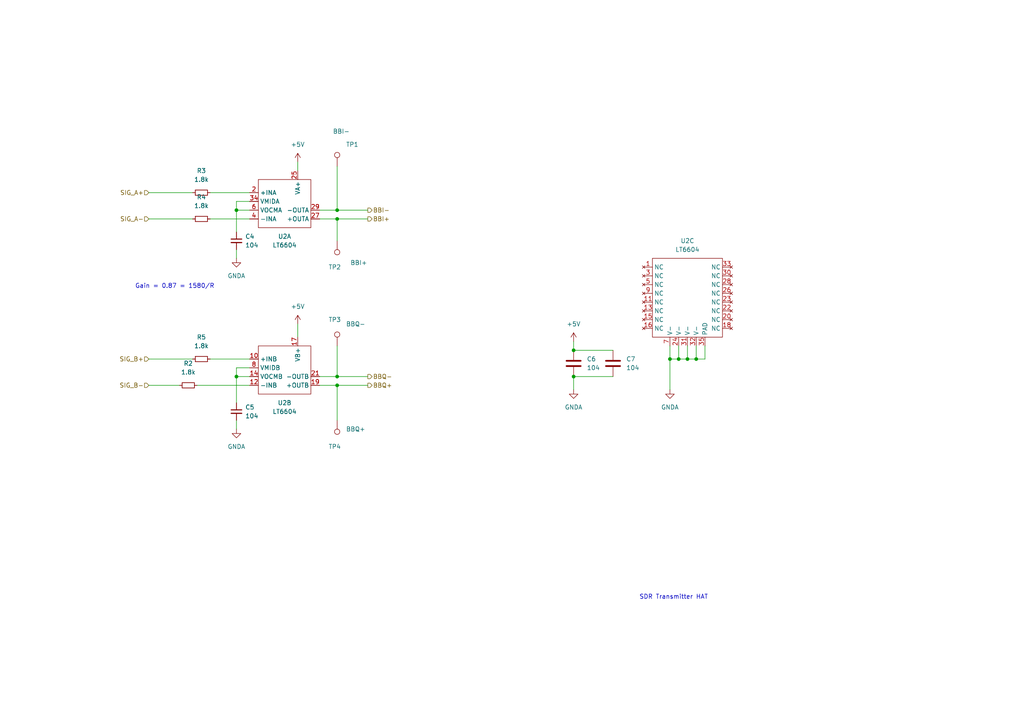
<source format=kicad_sch>
(kicad_sch (version 20211123) (generator eeschema)

  (uuid 2b72cd81-337f-46d8-841b-fd859f57b508)

  (paper "A4")

  (lib_symbols
    (symbol "Connector:TestPoint" (pin_numbers hide) (pin_names (offset 0.762) hide) (in_bom yes) (on_board yes)
      (property "Reference" "TP" (id 0) (at 0 6.858 0)
        (effects (font (size 1.27 1.27)))
      )
      (property "Value" "TestPoint" (id 1) (at 0 5.08 0)
        (effects (font (size 1.27 1.27)))
      )
      (property "Footprint" "" (id 2) (at 5.08 0 0)
        (effects (font (size 1.27 1.27)) hide)
      )
      (property "Datasheet" "~" (id 3) (at 5.08 0 0)
        (effects (font (size 1.27 1.27)) hide)
      )
      (property "ki_keywords" "test point tp" (id 4) (at 0 0 0)
        (effects (font (size 1.27 1.27)) hide)
      )
      (property "ki_description" "test point" (id 5) (at 0 0 0)
        (effects (font (size 1.27 1.27)) hide)
      )
      (property "ki_fp_filters" "Pin* Test*" (id 6) (at 0 0 0)
        (effects (font (size 1.27 1.27)) hide)
      )
      (symbol "TestPoint_0_1"
        (circle (center 0 3.302) (radius 0.762)
          (stroke (width 0) (type default) (color 0 0 0 0))
          (fill (type none))
        )
      )
      (symbol "TestPoint_1_1"
        (pin passive line (at 0 0 90) (length 2.54)
          (name "1" (effects (font (size 1.27 1.27))))
          (number "1" (effects (font (size 1.27 1.27))))
        )
      )
    )
    (symbol "Device:C" (pin_numbers hide) (pin_names (offset 0.254)) (in_bom yes) (on_board yes)
      (property "Reference" "C" (id 0) (at 0.635 2.54 0)
        (effects (font (size 1.27 1.27)) (justify left))
      )
      (property "Value" "C" (id 1) (at 0.635 -2.54 0)
        (effects (font (size 1.27 1.27)) (justify left))
      )
      (property "Footprint" "" (id 2) (at 0.9652 -3.81 0)
        (effects (font (size 1.27 1.27)) hide)
      )
      (property "Datasheet" "~" (id 3) (at 0 0 0)
        (effects (font (size 1.27 1.27)) hide)
      )
      (property "ki_keywords" "cap capacitor" (id 4) (at 0 0 0)
        (effects (font (size 1.27 1.27)) hide)
      )
      (property "ki_description" "Unpolarized capacitor" (id 5) (at 0 0 0)
        (effects (font (size 1.27 1.27)) hide)
      )
      (property "ki_fp_filters" "C_*" (id 6) (at 0 0 0)
        (effects (font (size 1.27 1.27)) hide)
      )
      (symbol "C_0_1"
        (polyline
          (pts
            (xy -2.032 -0.762)
            (xy 2.032 -0.762)
          )
          (stroke (width 0.508) (type default) (color 0 0 0 0))
          (fill (type none))
        )
        (polyline
          (pts
            (xy -2.032 0.762)
            (xy 2.032 0.762)
          )
          (stroke (width 0.508) (type default) (color 0 0 0 0))
          (fill (type none))
        )
      )
      (symbol "C_1_1"
        (pin passive line (at 0 3.81 270) (length 2.794)
          (name "~" (effects (font (size 1.27 1.27))))
          (number "1" (effects (font (size 1.27 1.27))))
        )
        (pin passive line (at 0 -3.81 90) (length 2.794)
          (name "~" (effects (font (size 1.27 1.27))))
          (number "2" (effects (font (size 1.27 1.27))))
        )
      )
    )
    (symbol "Device:C_Small" (pin_numbers hide) (pin_names (offset 0.254) hide) (in_bom yes) (on_board yes)
      (property "Reference" "C" (id 0) (at 0.254 1.778 0)
        (effects (font (size 1.27 1.27)) (justify left))
      )
      (property "Value" "C_Small" (id 1) (at 0.254 -2.032 0)
        (effects (font (size 1.27 1.27)) (justify left))
      )
      (property "Footprint" "" (id 2) (at 0 0 0)
        (effects (font (size 1.27 1.27)) hide)
      )
      (property "Datasheet" "~" (id 3) (at 0 0 0)
        (effects (font (size 1.27 1.27)) hide)
      )
      (property "ki_keywords" "capacitor cap" (id 4) (at 0 0 0)
        (effects (font (size 1.27 1.27)) hide)
      )
      (property "ki_description" "Unpolarized capacitor, small symbol" (id 5) (at 0 0 0)
        (effects (font (size 1.27 1.27)) hide)
      )
      (property "ki_fp_filters" "C_*" (id 6) (at 0 0 0)
        (effects (font (size 1.27 1.27)) hide)
      )
      (symbol "C_Small_0_1"
        (polyline
          (pts
            (xy -1.524 -0.508)
            (xy 1.524 -0.508)
          )
          (stroke (width 0.3302) (type default) (color 0 0 0 0))
          (fill (type none))
        )
        (polyline
          (pts
            (xy -1.524 0.508)
            (xy 1.524 0.508)
          )
          (stroke (width 0.3048) (type default) (color 0 0 0 0))
          (fill (type none))
        )
      )
      (symbol "C_Small_1_1"
        (pin passive line (at 0 2.54 270) (length 2.032)
          (name "~" (effects (font (size 1.27 1.27))))
          (number "1" (effects (font (size 1.27 1.27))))
        )
        (pin passive line (at 0 -2.54 90) (length 2.032)
          (name "~" (effects (font (size 1.27 1.27))))
          (number "2" (effects (font (size 1.27 1.27))))
        )
      )
    )
    (symbol "Device:R_Small" (pin_numbers hide) (pin_names (offset 0.254) hide) (in_bom yes) (on_board yes)
      (property "Reference" "R" (id 0) (at 0.762 0.508 0)
        (effects (font (size 1.27 1.27)) (justify left))
      )
      (property "Value" "R_Small" (id 1) (at 0.762 -1.016 0)
        (effects (font (size 1.27 1.27)) (justify left))
      )
      (property "Footprint" "" (id 2) (at 0 0 0)
        (effects (font (size 1.27 1.27)) hide)
      )
      (property "Datasheet" "~" (id 3) (at 0 0 0)
        (effects (font (size 1.27 1.27)) hide)
      )
      (property "ki_keywords" "R resistor" (id 4) (at 0 0 0)
        (effects (font (size 1.27 1.27)) hide)
      )
      (property "ki_description" "Resistor, small symbol" (id 5) (at 0 0 0)
        (effects (font (size 1.27 1.27)) hide)
      )
      (property "ki_fp_filters" "R_*" (id 6) (at 0 0 0)
        (effects (font (size 1.27 1.27)) hide)
      )
      (symbol "R_Small_0_1"
        (rectangle (start -0.762 1.778) (end 0.762 -1.778)
          (stroke (width 0.2032) (type default) (color 0 0 0 0))
          (fill (type none))
        )
      )
      (symbol "R_Small_1_1"
        (pin passive line (at 0 2.54 270) (length 0.762)
          (name "~" (effects (font (size 1.27 1.27))))
          (number "1" (effects (font (size 1.27 1.27))))
        )
        (pin passive line (at 0 -2.54 90) (length 0.762)
          (name "~" (effects (font (size 1.27 1.27))))
          (number "2" (effects (font (size 1.27 1.27))))
        )
      )
    )
    (symbol "My_Library2:LT6604" (in_bom yes) (on_board yes)
      (property "Reference" "U" (id 0) (at -3.81 13.97 0)
        (effects (font (size 1.27 1.27)))
      )
      (property "Value" "LT6604" (id 1) (at -3.81 11.43 0)
        (effects (font (size 1.27 1.27)))
      )
      (property "Footprint" "" (id 2) (at 0 0 0)
        (effects (font (size 1.27 1.27)) hide)
      )
      (property "Datasheet" "" (id 3) (at 0 0 0)
        (effects (font (size 1.27 1.27)) hide)
      )
      (property "ki_locked" "" (id 4) (at 0 0 0)
        (effects (font (size 1.27 1.27)))
      )
      (symbol "LT6604_1_1"
        (rectangle (start -7.62 -1.27) (end 7.62 -15.24)
          (stroke (width 0) (type default) (color 0 0 0 0))
          (fill (type none))
        )
        (pin input line (at -10.16 -5.08 0) (length 2.54)
          (name "+INA" (effects (font (size 1.27 1.27))))
          (number "2" (effects (font (size 1.27 1.27))))
        )
        (pin power_in line (at 3.81 1.27 270) (length 2.54)
          (name "VA+" (effects (font (size 1.27 1.27))))
          (number "25" (effects (font (size 1.27 1.27))))
        )
        (pin output line (at 10.16 -12.7 180) (length 2.54)
          (name "+OUTA" (effects (font (size 1.27 1.27))))
          (number "27" (effects (font (size 1.27 1.27))))
        )
        (pin output line (at 10.16 -10.16 180) (length 2.54)
          (name "-OUTA" (effects (font (size 1.27 1.27))))
          (number "29" (effects (font (size 1.27 1.27))))
        )
        (pin passive line (at -10.16 -7.62 0) (length 2.54)
          (name "VMIDA" (effects (font (size 1.27 1.27))))
          (number "34" (effects (font (size 1.27 1.27))))
        )
        (pin input line (at -10.16 -12.7 0) (length 2.54)
          (name "-INA" (effects (font (size 1.27 1.27))))
          (number "4" (effects (font (size 1.27 1.27))))
        )
        (pin passive line (at -10.16 -10.16 0) (length 2.54)
          (name "VOCMA" (effects (font (size 1.27 1.27))))
          (number "6" (effects (font (size 1.27 1.27))))
        )
      )
      (symbol "LT6604_2_1"
        (rectangle (start -7.62 -1.27) (end 7.62 -15.24)
          (stroke (width 0) (type default) (color 0 0 0 0))
          (fill (type none))
        )
        (pin input line (at -10.16 -5.08 0) (length 2.54)
          (name "+INB" (effects (font (size 1.27 1.27))))
          (number "10" (effects (font (size 1.27 1.27))))
        )
        (pin input line (at -10.16 -12.7 0) (length 2.54)
          (name "-INB" (effects (font (size 1.27 1.27))))
          (number "12" (effects (font (size 1.27 1.27))))
        )
        (pin passive line (at -10.16 -10.16 0) (length 2.54)
          (name "VOCMB" (effects (font (size 1.27 1.27))))
          (number "14" (effects (font (size 1.27 1.27))))
        )
        (pin power_in line (at 3.81 1.27 270) (length 2.54)
          (name "VB+" (effects (font (size 1.27 1.27))))
          (number "17" (effects (font (size 1.27 1.27))))
        )
        (pin output line (at 10.16 -12.7 180) (length 2.54)
          (name "+OUTB" (effects (font (size 1.27 1.27))))
          (number "19" (effects (font (size 1.27 1.27))))
        )
        (pin output line (at 10.16 -10.16 180) (length 2.54)
          (name "-OUTB" (effects (font (size 1.27 1.27))))
          (number "21" (effects (font (size 1.27 1.27))))
        )
        (pin passive line (at -10.16 -7.62 0) (length 2.54)
          (name "VMIDB" (effects (font (size 1.27 1.27))))
          (number "8" (effects (font (size 1.27 1.27))))
        )
      )
      (symbol "LT6604_3_1"
        (rectangle (start -8.89 10.16) (end 11.43 -12.7)
          (stroke (width 0) (type default) (color 0 0 0 0))
          (fill (type none))
        )
        (pin no_connect line (at -11.43 7.62 0) (length 2.54)
          (name "NC" (effects (font (size 1.27 1.27))))
          (number "1" (effects (font (size 1.27 1.27))))
        )
        (pin no_connect line (at -11.43 -2.54 0) (length 2.54)
          (name "NC" (effects (font (size 1.27 1.27))))
          (number "11" (effects (font (size 1.27 1.27))))
        )
        (pin no_connect line (at -11.43 -5.08 0) (length 2.54)
          (name "NC" (effects (font (size 1.27 1.27))))
          (number "13" (effects (font (size 1.27 1.27))))
        )
        (pin no_connect line (at -11.43 -7.62 0) (length 2.54)
          (name "NC" (effects (font (size 1.27 1.27))))
          (number "15" (effects (font (size 1.27 1.27))))
        )
        (pin no_connect line (at -11.43 -10.16 0) (length 2.54)
          (name "NC" (effects (font (size 1.27 1.27))))
          (number "16" (effects (font (size 1.27 1.27))))
        )
        (pin no_connect line (at 13.97 -10.16 180) (length 2.54)
          (name "NC" (effects (font (size 1.27 1.27))))
          (number "18" (effects (font (size 1.27 1.27))))
        )
        (pin no_connect line (at 13.97 -7.62 180) (length 2.54)
          (name "NC" (effects (font (size 1.27 1.27))))
          (number "20" (effects (font (size 1.27 1.27))))
        )
        (pin no_connect line (at 13.97 -5.08 180) (length 2.54)
          (name "NC" (effects (font (size 1.27 1.27))))
          (number "22" (effects (font (size 1.27 1.27))))
        )
        (pin no_connect line (at 13.97 -2.54 180) (length 2.54)
          (name "NC" (effects (font (size 1.27 1.27))))
          (number "23" (effects (font (size 1.27 1.27))))
        )
        (pin power_in line (at -1.27 -15.24 90) (length 2.54)
          (name "V-" (effects (font (size 1.27 1.27))))
          (number "24" (effects (font (size 1.27 1.27))))
        )
        (pin no_connect line (at 13.97 0 180) (length 2.54)
          (name "NC" (effects (font (size 1.27 1.27))))
          (number "26" (effects (font (size 1.27 1.27))))
        )
        (pin no_connect line (at 13.97 2.54 180) (length 2.54)
          (name "NC" (effects (font (size 1.27 1.27))))
          (number "28" (effects (font (size 1.27 1.27))))
        )
        (pin no_connect line (at -11.43 5.08 0) (length 2.54)
          (name "NC" (effects (font (size 1.27 1.27))))
          (number "3" (effects (font (size 1.27 1.27))))
        )
        (pin no_connect line (at 13.97 5.08 180) (length 2.54)
          (name "NC" (effects (font (size 1.27 1.27))))
          (number "30" (effects (font (size 1.27 1.27))))
        )
        (pin power_in line (at 1.27 -15.24 90) (length 2.54)
          (name "V-" (effects (font (size 1.27 1.27))))
          (number "31" (effects (font (size 1.27 1.27))))
        )
        (pin power_in line (at 3.81 -15.24 90) (length 2.54)
          (name "V-" (effects (font (size 1.27 1.27))))
          (number "32" (effects (font (size 1.27 1.27))))
        )
        (pin no_connect line (at 13.97 7.62 180) (length 2.54)
          (name "NC" (effects (font (size 1.27 1.27))))
          (number "33" (effects (font (size 1.27 1.27))))
        )
        (pin power_in line (at 6.35 -15.24 90) (length 2.54)
          (name "PAD" (effects (font (size 1.27 1.27))))
          (number "35" (effects (font (size 1.27 1.27))))
        )
        (pin no_connect line (at -11.43 2.54 0) (length 2.54)
          (name "NC" (effects (font (size 1.27 1.27))))
          (number "5" (effects (font (size 1.27 1.27))))
        )
        (pin power_in line (at -3.81 -15.24 90) (length 2.54)
          (name "V-" (effects (font (size 1.27 1.27))))
          (number "7" (effects (font (size 1.27 1.27))))
        )
        (pin no_connect line (at -11.43 0 0) (length 2.54)
          (name "NC" (effects (font (size 1.27 1.27))))
          (number "9" (effects (font (size 1.27 1.27))))
        )
      )
    )
    (symbol "power:+5V" (power) (pin_names (offset 0)) (in_bom yes) (on_board yes)
      (property "Reference" "#PWR" (id 0) (at 0 -3.81 0)
        (effects (font (size 1.27 1.27)) hide)
      )
      (property "Value" "+5V" (id 1) (at 0 3.556 0)
        (effects (font (size 1.27 1.27)))
      )
      (property "Footprint" "" (id 2) (at 0 0 0)
        (effects (font (size 1.27 1.27)) hide)
      )
      (property "Datasheet" "" (id 3) (at 0 0 0)
        (effects (font (size 1.27 1.27)) hide)
      )
      (property "ki_keywords" "power-flag" (id 4) (at 0 0 0)
        (effects (font (size 1.27 1.27)) hide)
      )
      (property "ki_description" "Power symbol creates a global label with name \"+5V\"" (id 5) (at 0 0 0)
        (effects (font (size 1.27 1.27)) hide)
      )
      (symbol "+5V_0_1"
        (polyline
          (pts
            (xy -0.762 1.27)
            (xy 0 2.54)
          )
          (stroke (width 0) (type default) (color 0 0 0 0))
          (fill (type none))
        )
        (polyline
          (pts
            (xy 0 0)
            (xy 0 2.54)
          )
          (stroke (width 0) (type default) (color 0 0 0 0))
          (fill (type none))
        )
        (polyline
          (pts
            (xy 0 2.54)
            (xy 0.762 1.27)
          )
          (stroke (width 0) (type default) (color 0 0 0 0))
          (fill (type none))
        )
      )
      (symbol "+5V_1_1"
        (pin power_in line (at 0 0 90) (length 0) hide
          (name "+5V" (effects (font (size 1.27 1.27))))
          (number "1" (effects (font (size 1.27 1.27))))
        )
      )
    )
    (symbol "power:GNDA" (power) (pin_names (offset 0)) (in_bom yes) (on_board yes)
      (property "Reference" "#PWR" (id 0) (at 0 -6.35 0)
        (effects (font (size 1.27 1.27)) hide)
      )
      (property "Value" "GNDA" (id 1) (at 0 -3.81 0)
        (effects (font (size 1.27 1.27)))
      )
      (property "Footprint" "" (id 2) (at 0 0 0)
        (effects (font (size 1.27 1.27)) hide)
      )
      (property "Datasheet" "" (id 3) (at 0 0 0)
        (effects (font (size 1.27 1.27)) hide)
      )
      (property "ki_keywords" "power-flag" (id 4) (at 0 0 0)
        (effects (font (size 1.27 1.27)) hide)
      )
      (property "ki_description" "Power symbol creates a global label with name \"GNDA\" , analog ground" (id 5) (at 0 0 0)
        (effects (font (size 1.27 1.27)) hide)
      )
      (symbol "GNDA_0_1"
        (polyline
          (pts
            (xy 0 0)
            (xy 0 -1.27)
            (xy 1.27 -1.27)
            (xy 0 -2.54)
            (xy -1.27 -1.27)
            (xy 0 -1.27)
          )
          (stroke (width 0) (type default) (color 0 0 0 0))
          (fill (type none))
        )
      )
      (symbol "GNDA_1_1"
        (pin power_in line (at 0 0 270) (length 0) hide
          (name "GNDA" (effects (font (size 1.27 1.27))))
          (number "1" (effects (font (size 1.27 1.27))))
        )
      )
    )
  )

  (junction (at 166.37 109.22) (diameter 0) (color 0 0 0 0)
    (uuid 1a764da9-9c5e-4f0b-b09d-c5f3b97001ea)
  )
  (junction (at 97.79 109.22) (diameter 0) (color 0 0 0 0)
    (uuid 35782125-9137-4df4-b1be-75a772fdafa0)
  )
  (junction (at 199.39 104.14) (diameter 0) (color 0 0 0 0)
    (uuid 456ba7d2-c0ab-4d33-aa00-a357b771c375)
  )
  (junction (at 68.58 60.96) (diameter 0) (color 0 0 0 0)
    (uuid 4c7f61b0-2447-49f2-b4b2-9e22db15ba31)
  )
  (junction (at 194.31 104.14) (diameter 0) (color 0 0 0 0)
    (uuid 584c6b10-b4a7-4f31-b1ff-aba9d0f63c40)
  )
  (junction (at 97.79 111.76) (diameter 0) (color 0 0 0 0)
    (uuid 693e0b34-3dec-4cf5-8beb-32801a791cf2)
  )
  (junction (at 196.85 104.14) (diameter 0) (color 0 0 0 0)
    (uuid 6955503e-56e8-450a-a986-828ddf32aa9d)
  )
  (junction (at 166.37 101.6) (diameter 0) (color 0 0 0 0)
    (uuid 6a57de5d-2343-416f-9932-0374df5ebb1c)
  )
  (junction (at 201.93 104.14) (diameter 0) (color 0 0 0 0)
    (uuid 72b3fcb8-8059-4de1-ae7c-552f2595b862)
  )
  (junction (at 97.79 63.5) (diameter 0) (color 0 0 0 0)
    (uuid a5b4f437-6ebc-4214-8626-5af9f57cf687)
  )
  (junction (at 97.79 60.96) (diameter 0) (color 0 0 0 0)
    (uuid a93ed9ed-8c6d-4b71-a2c0-ef263a0b5576)
  )
  (junction (at 68.58 109.22) (diameter 0) (color 0 0 0 0)
    (uuid c6ecdb6f-93d1-4232-831d-9a497b460e19)
  )

  (wire (pts (xy 68.58 121.92) (xy 68.58 124.46))
    (stroke (width 0) (type default) (color 0 0 0 0))
    (uuid 002bbd89-9557-4dab-b939-7a680fc49cf1)
  )
  (wire (pts (xy 43.18 55.88) (xy 55.88 55.88))
    (stroke (width 0) (type default) (color 0 0 0 0))
    (uuid 00b9f0e6-1c0b-4783-ae2c-98ddb6d71658)
  )
  (wire (pts (xy 92.71 63.5) (xy 97.79 63.5))
    (stroke (width 0) (type default) (color 0 0 0 0))
    (uuid 1378deb9-6e6d-49e6-b7ae-c02f3eb614df)
  )
  (wire (pts (xy 201.93 104.14) (xy 199.39 104.14))
    (stroke (width 0) (type default) (color 0 0 0 0))
    (uuid 162cf1bf-4790-46b4-9411-d3d9e9247df6)
  )
  (wire (pts (xy 194.31 100.33) (xy 194.31 104.14))
    (stroke (width 0) (type default) (color 0 0 0 0))
    (uuid 206d52d5-ea31-4a34-ac57-61f6cb715f17)
  )
  (wire (pts (xy 97.79 63.5) (xy 97.79 69.85))
    (stroke (width 0) (type default) (color 0 0 0 0))
    (uuid 27251da7-6851-4761-b27d-c3336c134613)
  )
  (wire (pts (xy 97.79 109.22) (xy 106.68 109.22))
    (stroke (width 0) (type default) (color 0 0 0 0))
    (uuid 2843cf9e-301c-48e2-a2a2-d9f1d0e32032)
  )
  (wire (pts (xy 72.39 109.22) (xy 68.58 109.22))
    (stroke (width 0) (type default) (color 0 0 0 0))
    (uuid 2dc16371-5989-431d-b686-100333a834db)
  )
  (wire (pts (xy 57.15 111.76) (xy 72.39 111.76))
    (stroke (width 0) (type default) (color 0 0 0 0))
    (uuid 405d0216-0a7c-4d83-88e1-f8e623714f2d)
  )
  (wire (pts (xy 194.31 104.14) (xy 194.31 113.03))
    (stroke (width 0) (type default) (color 0 0 0 0))
    (uuid 43a01872-758e-473d-89af-dec916e52363)
  )
  (wire (pts (xy 86.36 93.98) (xy 86.36 97.79))
    (stroke (width 0) (type default) (color 0 0 0 0))
    (uuid 474692d3-4e90-4240-ae58-c4ee639efcc4)
  )
  (wire (pts (xy 72.39 58.42) (xy 68.58 58.42))
    (stroke (width 0) (type default) (color 0 0 0 0))
    (uuid 4a860ae6-2381-4784-872f-7593ce37238a)
  )
  (wire (pts (xy 97.79 63.5) (xy 106.68 63.5))
    (stroke (width 0) (type default) (color 0 0 0 0))
    (uuid 50206ffe-d46b-4fef-9afd-eca0573fbe95)
  )
  (wire (pts (xy 43.18 63.5) (xy 55.88 63.5))
    (stroke (width 0) (type default) (color 0 0 0 0))
    (uuid 5543f141-1a02-4df7-bfc9-94cf9d017895)
  )
  (wire (pts (xy 92.71 60.96) (xy 97.79 60.96))
    (stroke (width 0) (type default) (color 0 0 0 0))
    (uuid 626195a3-5f21-42e7-a279-8b95d34e7ae0)
  )
  (wire (pts (xy 166.37 109.22) (xy 166.37 113.03))
    (stroke (width 0) (type default) (color 0 0 0 0))
    (uuid 64fc33e9-182a-4979-9948-a248ec5deefc)
  )
  (wire (pts (xy 92.71 111.76) (xy 97.79 111.76))
    (stroke (width 0) (type default) (color 0 0 0 0))
    (uuid 75f9be77-a7ad-48dd-9e68-1e9634d757e0)
  )
  (wire (pts (xy 43.18 104.14) (xy 55.88 104.14))
    (stroke (width 0) (type default) (color 0 0 0 0))
    (uuid 77a87aaf-9e84-4905-9127-fb43bfdf1805)
  )
  (wire (pts (xy 166.37 101.6) (xy 177.8 101.6))
    (stroke (width 0) (type default) (color 0 0 0 0))
    (uuid 854ce0a8-879b-494f-8019-d2f5255f30e2)
  )
  (wire (pts (xy 43.18 111.76) (xy 52.07 111.76))
    (stroke (width 0) (type default) (color 0 0 0 0))
    (uuid 858a0157-274e-4f4c-a305-30bebd688609)
  )
  (wire (pts (xy 166.37 99.06) (xy 166.37 101.6))
    (stroke (width 0) (type default) (color 0 0 0 0))
    (uuid 87ff8117-2d81-43ee-afdc-7322f1d2971a)
  )
  (wire (pts (xy 196.85 100.33) (xy 196.85 104.14))
    (stroke (width 0) (type default) (color 0 0 0 0))
    (uuid 8b91c53e-bd0d-43da-915a-a5163d5fd483)
  )
  (wire (pts (xy 204.47 100.33) (xy 204.47 104.14))
    (stroke (width 0) (type default) (color 0 0 0 0))
    (uuid 8bfb6327-0eb3-4808-8c24-9435f8281258)
  )
  (wire (pts (xy 97.79 48.26) (xy 97.79 60.96))
    (stroke (width 0) (type default) (color 0 0 0 0))
    (uuid 8c9342a3-d750-4609-aa2a-929aa165a55b)
  )
  (wire (pts (xy 60.96 63.5) (xy 72.39 63.5))
    (stroke (width 0) (type default) (color 0 0 0 0))
    (uuid 9095b9c5-47f8-47e8-b9b7-b31962ec9d17)
  )
  (wire (pts (xy 199.39 104.14) (xy 196.85 104.14))
    (stroke (width 0) (type default) (color 0 0 0 0))
    (uuid 92f32750-5cc5-4b5f-af14-62bbc651de42)
  )
  (wire (pts (xy 97.79 111.76) (xy 106.68 111.76))
    (stroke (width 0) (type default) (color 0 0 0 0))
    (uuid 93dc337d-d1d9-435f-9407-5147386ff5bc)
  )
  (wire (pts (xy 72.39 106.68) (xy 68.58 106.68))
    (stroke (width 0) (type default) (color 0 0 0 0))
    (uuid 94a4d845-cffd-4513-a7bd-bc1d5caa4eff)
  )
  (wire (pts (xy 60.96 104.14) (xy 72.39 104.14))
    (stroke (width 0) (type default) (color 0 0 0 0))
    (uuid 95ef3ed1-6855-4b06-b7f3-d0b6a344343a)
  )
  (wire (pts (xy 196.85 104.14) (xy 194.31 104.14))
    (stroke (width 0) (type default) (color 0 0 0 0))
    (uuid 9cb4a574-9924-4dd9-bca8-e3781ec525ec)
  )
  (wire (pts (xy 166.37 109.22) (xy 177.8 109.22))
    (stroke (width 0) (type default) (color 0 0 0 0))
    (uuid 9ef3abd2-41f5-4663-9013-7624fedd196e)
  )
  (wire (pts (xy 97.79 111.76) (xy 97.79 121.92))
    (stroke (width 0) (type default) (color 0 0 0 0))
    (uuid 9f3bcb1e-b1ba-468b-8027-58bf4063618a)
  )
  (wire (pts (xy 68.58 109.22) (xy 68.58 116.84))
    (stroke (width 0) (type default) (color 0 0 0 0))
    (uuid a0c0c810-0b72-4f6d-82b4-758a878da9b8)
  )
  (wire (pts (xy 97.79 100.33) (xy 97.79 109.22))
    (stroke (width 0) (type default) (color 0 0 0 0))
    (uuid a993a9b9-3027-4f00-8e08-925986a381f2)
  )
  (wire (pts (xy 68.58 58.42) (xy 68.58 60.96))
    (stroke (width 0) (type default) (color 0 0 0 0))
    (uuid ab767372-a6eb-4448-b34f-3eafd0fb58b1)
  )
  (wire (pts (xy 68.58 106.68) (xy 68.58 109.22))
    (stroke (width 0) (type default) (color 0 0 0 0))
    (uuid ab80375b-8af4-45ad-abc3-1c55b3d34608)
  )
  (wire (pts (xy 86.36 46.99) (xy 86.36 49.53))
    (stroke (width 0) (type default) (color 0 0 0 0))
    (uuid ada17ffe-0869-48fe-a388-d18fc9b5af9f)
  )
  (wire (pts (xy 201.93 100.33) (xy 201.93 104.14))
    (stroke (width 0) (type default) (color 0 0 0 0))
    (uuid b77db9bd-a20c-48d3-ac10-c3e7880f514c)
  )
  (wire (pts (xy 68.58 72.39) (xy 68.58 74.93))
    (stroke (width 0) (type default) (color 0 0 0 0))
    (uuid c2134bfe-a141-4555-b77d-1b4cf58bf673)
  )
  (wire (pts (xy 60.96 55.88) (xy 72.39 55.88))
    (stroke (width 0) (type default) (color 0 0 0 0))
    (uuid c3be85b7-7398-467b-96d5-a022ecde62dc)
  )
  (wire (pts (xy 92.71 109.22) (xy 97.79 109.22))
    (stroke (width 0) (type default) (color 0 0 0 0))
    (uuid c7ec394e-7fe9-43ea-9ed0-1c64c6ac08af)
  )
  (wire (pts (xy 68.58 60.96) (xy 72.39 60.96))
    (stroke (width 0) (type default) (color 0 0 0 0))
    (uuid ca285693-fe21-4b3f-a604-30b78f0251b9)
  )
  (wire (pts (xy 201.93 104.14) (xy 204.47 104.14))
    (stroke (width 0) (type default) (color 0 0 0 0))
    (uuid d110082a-0c28-4a43-8d4f-44923fa02678)
  )
  (wire (pts (xy 68.58 60.96) (xy 68.58 67.31))
    (stroke (width 0) (type default) (color 0 0 0 0))
    (uuid dbbc44ea-52b0-4010-a54f-882e825279ef)
  )
  (wire (pts (xy 199.39 100.33) (xy 199.39 104.14))
    (stroke (width 0) (type default) (color 0 0 0 0))
    (uuid f236349e-6805-45b7-88c3-27e4d71da01d)
  )
  (wire (pts (xy 97.79 60.96) (xy 106.68 60.96))
    (stroke (width 0) (type default) (color 0 0 0 0))
    (uuid facd93cd-193b-435b-9f56-4faeace1c119)
  )

  (text "Gain = 0.87 = 1580/R" (at 62.23 83.82 180)
    (effects (font (size 1.27 1.27)) (justify right bottom))
    (uuid 147ae848-4ed8-4ed4-b172-7c2604a3524b)
  )
  (text "SDR Transmitter HAT" (at 185.42 173.99 0)
    (effects (font (size 1.27 1.27)) (justify left bottom))
    (uuid f76012f9-cdcd-4650-9731-8c3e14088ed4)
  )

  (hierarchical_label "BBI+" (shape output) (at 106.68 63.5 0)
    (effects (font (size 1.27 1.27)) (justify left))
    (uuid 1f0e5b09-b368-43b8-b490-70d4e19f09d0)
  )
  (hierarchical_label "BBI-" (shape output) (at 106.68 60.96 0)
    (effects (font (size 1.27 1.27)) (justify left))
    (uuid 3244c863-3a2a-4b71-b2ca-8b1d95452462)
  )
  (hierarchical_label "SIG_A+" (shape input) (at 43.18 55.88 180)
    (effects (font (size 1.27 1.27)) (justify right))
    (uuid 38afc8e0-a726-48c2-9c97-a908e8a1fe9d)
  )
  (hierarchical_label "SIG_B-" (shape input) (at 43.18 111.76 180)
    (effects (font (size 1.27 1.27)) (justify right))
    (uuid 43ef6ef0-0faa-4aff-8e96-2893ed3b2452)
  )
  (hierarchical_label "SIG_B+" (shape input) (at 43.18 104.14 180)
    (effects (font (size 1.27 1.27)) (justify right))
    (uuid 6aba6ff0-fa3f-4d20-b717-521e122122a1)
  )
  (hierarchical_label "BBQ+" (shape output) (at 106.68 111.76 0)
    (effects (font (size 1.27 1.27)) (justify left))
    (uuid 7d5ce19e-acbd-4329-94e3-71b55da2fab4)
  )
  (hierarchical_label "BBQ-" (shape output) (at 106.68 109.22 0)
    (effects (font (size 1.27 1.27)) (justify left))
    (uuid c8da16ea-da27-47f8-b2b8-d64067505cb5)
  )
  (hierarchical_label "SIG_A-" (shape input) (at 43.18 63.5 180)
    (effects (font (size 1.27 1.27)) (justify right))
    (uuid eeaffd4e-5a18-4695-a41f-f345e349e57c)
  )

  (symbol (lib_id "Connector:TestPoint") (at 97.79 69.85 0) (mirror x) (unit 1)
    (in_bom yes) (on_board yes)
    (uuid 0d1a662d-95a4-4d4b-948f-4dfec1d5ebdf)
    (property "Reference" "TP2" (id 0) (at 95.25 77.47 0)
      (effects (font (size 1.27 1.27)) (justify left))
    )
    (property "Value" "BBI+" (id 1) (at 101.6 76.2 0)
      (effects (font (size 1.27 1.27)) (justify left))
    )
    (property "Footprint" "TestPoint:TestPoint_Pad_D2.0mm" (id 2) (at 102.87 69.85 0)
      (effects (font (size 1.27 1.27)) hide)
    )
    (property "Datasheet" "~" (id 3) (at 102.87 69.85 0)
      (effects (font (size 1.27 1.27)) hide)
    )
    (pin "1" (uuid dd77aad5-87db-461e-b7a9-159c02ff91d2))
  )

  (symbol (lib_id "Device:C_Small") (at 68.58 119.38 0) (unit 1)
    (in_bom yes) (on_board yes) (fields_autoplaced)
    (uuid 1c532b0f-ba9f-42cb-ac3b-e6e45d3bf751)
    (property "Reference" "C5" (id 0) (at 71.12 118.1162 0)
      (effects (font (size 1.27 1.27)) (justify left))
    )
    (property "Value" "104" (id 1) (at 71.12 120.6562 0)
      (effects (font (size 1.27 1.27)) (justify left))
    )
    (property "Footprint" "Capacitor_SMD:C_0603_1608Metric_Pad1.08x0.95mm_HandSolder" (id 2) (at 68.58 119.38 0)
      (effects (font (size 1.27 1.27)) hide)
    )
    (property "Datasheet" "~" (id 3) (at 68.58 119.38 0)
      (effects (font (size 1.27 1.27)) hide)
    )
    (pin "1" (uuid 21a5e610-a878-405e-b742-b6ae0a4c4a26))
    (pin "2" (uuid ee5d0f37-7195-4c5c-9084-dae2810b8b8c))
  )

  (symbol (lib_id "power:GNDA") (at 68.58 74.93 0) (unit 1)
    (in_bom yes) (on_board yes) (fields_autoplaced)
    (uuid 2239586a-89a7-4f21-aa38-1e09581fed0c)
    (property "Reference" "#PWR013" (id 0) (at 68.58 81.28 0)
      (effects (font (size 1.27 1.27)) hide)
    )
    (property "Value" "GNDA" (id 1) (at 68.58 80.01 0))
    (property "Footprint" "" (id 2) (at 68.58 74.93 0)
      (effects (font (size 1.27 1.27)) hide)
    )
    (property "Datasheet" "" (id 3) (at 68.58 74.93 0)
      (effects (font (size 1.27 1.27)) hide)
    )
    (pin "1" (uuid 894dea9f-e1b1-48d2-a84c-431fb388a888))
  )

  (symbol (lib_id "Device:R_Small") (at 54.61 111.76 90) (unit 1)
    (in_bom yes) (on_board yes) (fields_autoplaced)
    (uuid 251becf5-8202-4236-a05b-e5262eeea544)
    (property "Reference" "R2" (id 0) (at 54.61 105.41 90))
    (property "Value" "1.8k" (id 1) (at 54.61 107.95 90))
    (property "Footprint" "Resistor_SMD:R_0603_1608Metric_Pad0.98x0.95mm_HandSolder" (id 2) (at 54.61 111.76 0)
      (effects (font (size 1.27 1.27)) hide)
    )
    (property "Datasheet" "~" (id 3) (at 54.61 111.76 0)
      (effects (font (size 1.27 1.27)) hide)
    )
    (pin "1" (uuid 442223cf-bc44-42c4-9e89-04a8bb92ac6a))
    (pin "2" (uuid bdc69238-8e7e-4edb-95f9-f15451e38d09))
  )

  (symbol (lib_id "Device:R_Small") (at 58.42 104.14 90) (unit 1)
    (in_bom yes) (on_board yes) (fields_autoplaced)
    (uuid 2ab53708-d153-4bfc-afb0-abfe605bfa11)
    (property "Reference" "R5" (id 0) (at 58.42 97.79 90))
    (property "Value" "1.8k" (id 1) (at 58.42 100.33 90))
    (property "Footprint" "Resistor_SMD:R_0603_1608Metric_Pad0.98x0.95mm_HandSolder" (id 2) (at 58.42 104.14 0)
      (effects (font (size 1.27 1.27)) hide)
    )
    (property "Datasheet" "~" (id 3) (at 58.42 104.14 0)
      (effects (font (size 1.27 1.27)) hide)
    )
    (pin "1" (uuid 7e4cdc2c-d0e6-4def-b692-b71b4c087012))
    (pin "2" (uuid aac2fa3f-4731-42d3-936f-02ba9ce26c06))
  )

  (symbol (lib_id "power:GNDA") (at 194.31 113.03 0) (unit 1)
    (in_bom yes) (on_board yes) (fields_autoplaced)
    (uuid 44696412-2900-41dc-ba6a-2746311448fe)
    (property "Reference" "#PWR019" (id 0) (at 194.31 119.38 0)
      (effects (font (size 1.27 1.27)) hide)
    )
    (property "Value" "GNDA" (id 1) (at 194.31 118.11 0))
    (property "Footprint" "" (id 2) (at 194.31 113.03 0)
      (effects (font (size 1.27 1.27)) hide)
    )
    (property "Datasheet" "" (id 3) (at 194.31 113.03 0)
      (effects (font (size 1.27 1.27)) hide)
    )
    (pin "1" (uuid b0633547-cc70-4cdb-8a56-dead004baa92))
  )

  (symbol (lib_id "My_Library2:LT6604") (at 82.55 99.06 0) (unit 2)
    (in_bom yes) (on_board yes) (fields_autoplaced)
    (uuid 7aeba7cb-d42a-4fcd-b587-eefbad09915d)
    (property "Reference" "U2" (id 0) (at 82.55 116.84 0))
    (property "Value" "LT6604" (id 1) (at 82.55 119.38 0))
    (property "Footprint" "MyLibrary:LT6604IUFF-2.5-PBF" (id 2) (at 82.55 99.06 0)
      (effects (font (size 1.27 1.27)) hide)
    )
    (property "Datasheet" "" (id 3) (at 82.55 99.06 0)
      (effects (font (size 1.27 1.27)) hide)
    )
    (pin "2" (uuid 10ea094a-611a-4e4e-8390-8851ae19bfda))
    (pin "25" (uuid 11b96a95-58fa-41e3-98c3-45ba2d54f47e))
    (pin "27" (uuid 526fa3d6-ad9c-475d-85a6-095b7d6f9096))
    (pin "29" (uuid 2d85690b-b568-4f4f-8c39-7e24880d9d34))
    (pin "34" (uuid 2e1a8e30-04be-497a-9651-335cef5dd32f))
    (pin "4" (uuid 33fb577c-daf9-4975-93d6-bdbdd34d9f77))
    (pin "6" (uuid 49d054a6-9f4e-4b31-a5bf-f23d2ac8f6cb))
    (pin "10" (uuid fc0d33c3-e673-4cfe-a102-45830f2ce236))
    (pin "12" (uuid 9ea406e3-f30c-4c07-b7f7-12ca6af77c36))
    (pin "14" (uuid c9198f44-3097-424f-8016-7b355f81bbd4))
    (pin "17" (uuid 47bae982-f750-48d1-965e-2939f4522db3))
    (pin "19" (uuid 05fb85b0-8628-4ba2-a074-b1c409b0ae34))
    (pin "21" (uuid 29e75147-fe57-4c36-b772-23c8c3977345))
    (pin "8" (uuid 1cfeecd8-9c00-4861-a6d4-76ffb6850c75))
    (pin "1" (uuid 984756a9-20bd-4e27-be2f-d7640388f172))
    (pin "11" (uuid df7dafc7-0da2-4caa-8205-3b06db21eb11))
    (pin "13" (uuid ea76f19e-dc1a-4d61-bb6e-3f881aee7882))
    (pin "15" (uuid 6119c948-7b06-463d-9bed-6e0285914fcd))
    (pin "16" (uuid ad1e44bb-d432-4d4c-a7fb-ab49e8276064))
    (pin "18" (uuid 22589761-f8f8-4657-9f66-7b868d95509d))
    (pin "20" (uuid 6595b38c-509c-4bcd-8817-67cf11350f3d))
    (pin "22" (uuid cc760e70-b9d3-4ef7-814e-778bb149a924))
    (pin "23" (uuid 2c63222c-df6f-461e-8864-d9f933e502b3))
    (pin "24" (uuid cf0428da-47e5-4df3-85ed-e2b1c67241cd))
    (pin "26" (uuid bbbb3acd-4e49-4239-a7cd-7dbd3a22136c))
    (pin "28" (uuid 59df7c35-c3bb-4286-ac05-af25f347b788))
    (pin "3" (uuid 4c1ee75e-141b-444b-92b1-816731ca760f))
    (pin "30" (uuid 80705aec-db48-4c33-893e-5a00356e74dd))
    (pin "31" (uuid a6922be3-15a0-4856-bd31-88688d54cbab))
    (pin "32" (uuid d3074642-abc0-4caa-a6cf-e9e6e9349e99))
    (pin "33" (uuid dcfe1015-9d7c-421a-ab04-09d522a3f896))
    (pin "35" (uuid a57f5809-14ca-4758-a395-ab8aa9a9e509))
    (pin "5" (uuid aa2646f1-6e47-414e-a7be-29eb20c0762c))
    (pin "7" (uuid 75c1a628-6cb8-412c-ae44-b19af1cba462))
    (pin "9" (uuid 3f4c96cb-054d-4c72-9cb2-3cf5f35a677c))
  )

  (symbol (lib_id "Device:C_Small") (at 68.58 69.85 0) (unit 1)
    (in_bom yes) (on_board yes) (fields_autoplaced)
    (uuid 7b108500-36a4-41a6-a9bc-c91756e4fb12)
    (property "Reference" "C4" (id 0) (at 71.12 68.5862 0)
      (effects (font (size 1.27 1.27)) (justify left))
    )
    (property "Value" "104" (id 1) (at 71.12 71.1262 0)
      (effects (font (size 1.27 1.27)) (justify left))
    )
    (property "Footprint" "Capacitor_SMD:C_0603_1608Metric_Pad1.08x0.95mm_HandSolder" (id 2) (at 68.58 69.85 0)
      (effects (font (size 1.27 1.27)) hide)
    )
    (property "Datasheet" "~" (id 3) (at 68.58 69.85 0)
      (effects (font (size 1.27 1.27)) hide)
    )
    (pin "1" (uuid 481a1481-dcb7-4912-9540-57878eb84fc7))
    (pin "2" (uuid 7c7c03fd-045f-4983-b7f1-c7c62bc79749))
  )

  (symbol (lib_id "power:+5V") (at 166.37 99.06 0) (unit 1)
    (in_bom yes) (on_board yes) (fields_autoplaced)
    (uuid 8c078511-27d2-41d2-b946-25a3778e744c)
    (property "Reference" "#PWR017" (id 0) (at 166.37 102.87 0)
      (effects (font (size 1.27 1.27)) hide)
    )
    (property "Value" "+5V" (id 1) (at 166.37 93.98 0))
    (property "Footprint" "" (id 2) (at 166.37 99.06 0)
      (effects (font (size 1.27 1.27)) hide)
    )
    (property "Datasheet" "" (id 3) (at 166.37 99.06 0)
      (effects (font (size 1.27 1.27)) hide)
    )
    (pin "1" (uuid 10842b59-857a-4012-89c3-aef5a321a587))
  )

  (symbol (lib_id "Connector:TestPoint") (at 97.79 48.26 0) (unit 1)
    (in_bom yes) (on_board yes)
    (uuid 93faa19c-86f2-429b-b7c6-9150c1aaf25e)
    (property "Reference" "TP1" (id 0) (at 100.33 41.91 0)
      (effects (font (size 1.27 1.27)) (justify left))
    )
    (property "Value" "BBI-" (id 1) (at 96.52 38.1 0)
      (effects (font (size 1.27 1.27)) (justify left))
    )
    (property "Footprint" "TestPoint:TestPoint_Pad_D2.0mm" (id 2) (at 102.87 48.26 0)
      (effects (font (size 1.27 1.27)) hide)
    )
    (property "Datasheet" "~" (id 3) (at 102.87 48.26 0)
      (effects (font (size 1.27 1.27)) hide)
    )
    (pin "1" (uuid 396c1dde-8f1f-4429-9a37-b4d35aff5522))
  )

  (symbol (lib_id "power:GNDA") (at 166.37 113.03 0) (unit 1)
    (in_bom yes) (on_board yes) (fields_autoplaced)
    (uuid a3c192c1-8a36-4980-8b9c-c5687465814f)
    (property "Reference" "#PWR018" (id 0) (at 166.37 119.38 0)
      (effects (font (size 1.27 1.27)) hide)
    )
    (property "Value" "GNDA" (id 1) (at 166.37 118.11 0))
    (property "Footprint" "" (id 2) (at 166.37 113.03 0)
      (effects (font (size 1.27 1.27)) hide)
    )
    (property "Datasheet" "" (id 3) (at 166.37 113.03 0)
      (effects (font (size 1.27 1.27)) hide)
    )
    (pin "1" (uuid 52ee9438-14a1-48a0-bfe7-79a69cce4f36))
  )

  (symbol (lib_id "power:+5V") (at 86.36 93.98 0) (unit 1)
    (in_bom yes) (on_board yes) (fields_autoplaced)
    (uuid a41f3079-c55b-4e96-86a7-b658979a46de)
    (property "Reference" "#PWR016" (id 0) (at 86.36 97.79 0)
      (effects (font (size 1.27 1.27)) hide)
    )
    (property "Value" "+5V" (id 1) (at 86.36 88.9 0))
    (property "Footprint" "" (id 2) (at 86.36 93.98 0)
      (effects (font (size 1.27 1.27)) hide)
    )
    (property "Datasheet" "" (id 3) (at 86.36 93.98 0)
      (effects (font (size 1.27 1.27)) hide)
    )
    (pin "1" (uuid ad69f921-bd11-46a5-b59f-738dec654610))
  )

  (symbol (lib_id "power:+5V") (at 86.36 46.99 0) (unit 1)
    (in_bom yes) (on_board yes) (fields_autoplaced)
    (uuid bf345378-fd38-4770-bcfb-375046c17574)
    (property "Reference" "#PWR015" (id 0) (at 86.36 50.8 0)
      (effects (font (size 1.27 1.27)) hide)
    )
    (property "Value" "+5V" (id 1) (at 86.36 41.91 0))
    (property "Footprint" "" (id 2) (at 86.36 46.99 0)
      (effects (font (size 1.27 1.27)) hide)
    )
    (property "Datasheet" "" (id 3) (at 86.36 46.99 0)
      (effects (font (size 1.27 1.27)) hide)
    )
    (pin "1" (uuid 506c74ed-df04-4046-ba38-2b84cfd28969))
  )

  (symbol (lib_id "My_Library2:LT6604") (at 82.55 50.8 0) (unit 1)
    (in_bom yes) (on_board yes) (fields_autoplaced)
    (uuid ca0ea51f-e466-425c-9e2a-2f5ccbd51872)
    (property "Reference" "U2" (id 0) (at 82.55 68.58 0))
    (property "Value" "LT6604" (id 1) (at 82.55 71.12 0))
    (property "Footprint" "MyLibrary:LT6604IUFF-2.5-PBF" (id 2) (at 82.55 50.8 0)
      (effects (font (size 1.27 1.27)) hide)
    )
    (property "Datasheet" "" (id 3) (at 82.55 50.8 0)
      (effects (font (size 1.27 1.27)) hide)
    )
    (pin "2" (uuid f72203bc-b5f4-40b3-a29f-4bf3d65a0983))
    (pin "25" (uuid 0303c183-c5a7-4eed-8f21-96f339c3de05))
    (pin "27" (uuid 93da9b10-37af-480f-9f1f-56f289ea6bde))
    (pin "29" (uuid 0313ec48-6924-4c01-9b6f-b90a87dd31f2))
    (pin "34" (uuid bbfe09b7-7941-4436-ad08-a7d2d007cb8a))
    (pin "4" (uuid 17fdd191-cd07-4c1a-a839-5cce781102b1))
    (pin "6" (uuid fb50f94b-4914-422f-b49b-b6cb1e2676f7))
    (pin "10" (uuid f3ccf739-3845-4e4b-b217-a891cf3e1502))
    (pin "12" (uuid 4d39e4da-f57e-4afb-8a87-c2e1b23c9b18))
    (pin "14" (uuid b41be803-8e92-4108-8804-40bb560498c7))
    (pin "17" (uuid bf36707a-6e68-461a-b3a7-b6f3f5dface8))
    (pin "19" (uuid a100d31c-8486-4932-844e-4ba11dbb2c79))
    (pin "21" (uuid d810e932-e5ec-4b0d-a7f0-ffb1c0545861))
    (pin "8" (uuid 5723a5ff-ea2a-42d2-90ce-03a42182cfc7))
    (pin "1" (uuid d0fe56be-0701-4e56-8afd-701b6c5e1243))
    (pin "11" (uuid 5bed8811-c2bc-4c39-9d86-b47ffd48e414))
    (pin "13" (uuid 5ddc373b-82e7-44b8-887a-03dfa903a59a))
    (pin "15" (uuid b76de9ed-89df-4327-8241-358450dbe159))
    (pin "16" (uuid 22416b0e-c7f8-49da-8d0c-ede04f8c4edf))
    (pin "18" (uuid 99fb8681-8018-4c3f-940b-f2fb414b76e4))
    (pin "20" (uuid 4cd2a334-cca5-41f1-bcd8-9392a7375070))
    (pin "22" (uuid da2c2ba6-cb3c-4a42-9ee7-b8abd3a1d4a4))
    (pin "23" (uuid 964ea6a7-11dc-48e3-861b-4c36abb81382))
    (pin "24" (uuid 32fa1680-be7a-4cd5-9e42-b957bb1518f2))
    (pin "26" (uuid f1bf3058-ca23-4ff3-9260-f4f4dcfe296b))
    (pin "28" (uuid 468b8397-c380-428e-967f-cd79e4d9bc13))
    (pin "3" (uuid 767a82c3-0767-45d7-9423-8fc64604776c))
    (pin "30" (uuid 457e77c1-7749-48f3-bcf7-7db2885e2e55))
    (pin "31" (uuid d718d14b-9711-462a-86be-c04c61917622))
    (pin "32" (uuid 9b193aa0-7d1f-4cf3-aa43-281b81e54ef9))
    (pin "33" (uuid 9f8289f1-f5d4-436c-ab3a-ed74e39d8b3b))
    (pin "35" (uuid d7dcfd65-9c3b-41f0-ad23-74cb664be15e))
    (pin "5" (uuid d172e595-e440-402d-b3a0-39016c9ae9d6))
    (pin "7" (uuid bce52f55-8105-4b41-8aa3-e205207b2d4f))
    (pin "9" (uuid fb6667f9-00f0-41d0-b36c-c0251bb3b936))
  )

  (symbol (lib_id "Device:C") (at 166.37 105.41 0) (unit 1)
    (in_bom yes) (on_board yes) (fields_autoplaced)
    (uuid cc4ed986-9de8-495c-b599-3a0373170c1f)
    (property "Reference" "C6" (id 0) (at 170.18 104.1399 0)
      (effects (font (size 1.27 1.27)) (justify left))
    )
    (property "Value" "104" (id 1) (at 170.18 106.6799 0)
      (effects (font (size 1.27 1.27)) (justify left))
    )
    (property "Footprint" "Capacitor_SMD:C_0603_1608Metric_Pad1.08x0.95mm_HandSolder" (id 2) (at 167.3352 109.22 0)
      (effects (font (size 1.27 1.27)) hide)
    )
    (property "Datasheet" "~" (id 3) (at 166.37 105.41 0)
      (effects (font (size 1.27 1.27)) hide)
    )
    (pin "1" (uuid 2a5c82e0-0f5b-4777-9e72-7dc70131c2a9))
    (pin "2" (uuid 844ed309-37fa-40e4-b128-18139aa95a83))
  )

  (symbol (lib_id "Device:R_Small") (at 58.42 63.5 90) (unit 1)
    (in_bom yes) (on_board yes) (fields_autoplaced)
    (uuid d8b98dfc-b49c-4c66-b56c-4a3b9b0b3e23)
    (property "Reference" "R4" (id 0) (at 58.42 57.15 90))
    (property "Value" "1.8k" (id 1) (at 58.42 59.69 90))
    (property "Footprint" "Resistor_SMD:R_0603_1608Metric_Pad0.98x0.95mm_HandSolder" (id 2) (at 58.42 63.5 0)
      (effects (font (size 1.27 1.27)) hide)
    )
    (property "Datasheet" "~" (id 3) (at 58.42 63.5 0)
      (effects (font (size 1.27 1.27)) hide)
    )
    (pin "1" (uuid 1ac209b0-bcaf-4578-876a-5fdb75aadf3d))
    (pin "2" (uuid 8e4c6bd1-6908-4c11-a2c3-acca5cab04e0))
  )

  (symbol (lib_id "Connector:TestPoint") (at 97.79 121.92 0) (mirror x) (unit 1)
    (in_bom yes) (on_board yes)
    (uuid e3e633e1-f5eb-4eda-be06-299d95b5355d)
    (property "Reference" "TP4" (id 0) (at 95.25 129.54 0)
      (effects (font (size 1.27 1.27)) (justify left))
    )
    (property "Value" "BBQ+" (id 1) (at 100.33 124.46 0)
      (effects (font (size 1.27 1.27)) (justify left))
    )
    (property "Footprint" "TestPoint:TestPoint_Pad_D2.0mm" (id 2) (at 102.87 121.92 0)
      (effects (font (size 1.27 1.27)) hide)
    )
    (property "Datasheet" "~" (id 3) (at 102.87 121.92 0)
      (effects (font (size 1.27 1.27)) hide)
    )
    (pin "1" (uuid 2107b72e-20e7-4a4f-b613-d00317230797))
  )

  (symbol (lib_id "power:GNDA") (at 68.58 124.46 0) (unit 1)
    (in_bom yes) (on_board yes) (fields_autoplaced)
    (uuid e8cd507e-4a95-43d1-a874-eb369179f643)
    (property "Reference" "#PWR014" (id 0) (at 68.58 130.81 0)
      (effects (font (size 1.27 1.27)) hide)
    )
    (property "Value" "GNDA" (id 1) (at 68.58 129.54 0))
    (property "Footprint" "" (id 2) (at 68.58 124.46 0)
      (effects (font (size 1.27 1.27)) hide)
    )
    (property "Datasheet" "" (id 3) (at 68.58 124.46 0)
      (effects (font (size 1.27 1.27)) hide)
    )
    (pin "1" (uuid 99ffcc24-b0a5-44b9-bef3-8c392d8e710e))
  )

  (symbol (lib_id "Device:R_Small") (at 58.42 55.88 90) (unit 1)
    (in_bom yes) (on_board yes) (fields_autoplaced)
    (uuid f58807a8-8432-4d9b-a757-160daa5186f6)
    (property "Reference" "R3" (id 0) (at 58.42 49.53 90))
    (property "Value" "1.8k" (id 1) (at 58.42 52.07 90))
    (property "Footprint" "Resistor_SMD:R_0603_1608Metric_Pad0.98x0.95mm_HandSolder" (id 2) (at 58.42 55.88 0)
      (effects (font (size 1.27 1.27)) hide)
    )
    (property "Datasheet" "~" (id 3) (at 58.42 55.88 0)
      (effects (font (size 1.27 1.27)) hide)
    )
    (pin "1" (uuid b5801994-29d9-4fb4-beb6-90f669aa5905))
    (pin "2" (uuid b7abc694-5f6d-40fc-8760-c6729bad2532))
  )

  (symbol (lib_id "Connector:TestPoint") (at 97.79 100.33 0) (unit 1)
    (in_bom yes) (on_board yes)
    (uuid f81f8583-ba2d-4f42-88f0-fa8de9cfcc33)
    (property "Reference" "TP3" (id 0) (at 95.25 92.71 0)
      (effects (font (size 1.27 1.27)) (justify left))
    )
    (property "Value" "BBQ-" (id 1) (at 100.33 93.98 0)
      (effects (font (size 1.27 1.27)) (justify left))
    )
    (property "Footprint" "TestPoint:TestPoint_Pad_D2.0mm" (id 2) (at 102.87 100.33 0)
      (effects (font (size 1.27 1.27)) hide)
    )
    (property "Datasheet" "~" (id 3) (at 102.87 100.33 0)
      (effects (font (size 1.27 1.27)) hide)
    )
    (pin "1" (uuid 0032fbfb-28a7-4a57-b656-452362461444))
  )

  (symbol (lib_id "My_Library2:LT6604") (at 198.12 85.09 0) (unit 3)
    (in_bom yes) (on_board yes) (fields_autoplaced)
    (uuid fcbff546-67e8-48f9-a678-f1171ab48cb8)
    (property "Reference" "U2" (id 0) (at 199.39 69.85 0))
    (property "Value" "LT6604" (id 1) (at 199.39 72.39 0))
    (property "Footprint" "MyLibrary:LT6604IUFF-2.5-PBF" (id 2) (at 198.12 85.09 0)
      (effects (font (size 1.27 1.27)) hide)
    )
    (property "Datasheet" "" (id 3) (at 198.12 85.09 0)
      (effects (font (size 1.27 1.27)) hide)
    )
    (pin "2" (uuid 728643a7-bd6b-4549-875e-93b65ed23654))
    (pin "25" (uuid 7c7619e4-3321-47ed-be90-b9f393895296))
    (pin "27" (uuid 8bdf52d1-bdf2-42fa-b789-46d6bec237a1))
    (pin "29" (uuid fc1d2d59-d0da-4c10-b94d-4243675f0f66))
    (pin "34" (uuid 24fa4b84-c7ce-4392-8122-5c3cd1ba6187))
    (pin "4" (uuid 7376e15c-9b79-48bf-bf72-f34cb03f535d))
    (pin "6" (uuid 261141f0-966d-4d05-b054-2307f25fc016))
    (pin "10" (uuid 310600d7-5a11-4ee3-87ba-e482d56a0c52))
    (pin "12" (uuid e35e05ec-f04e-4a95-99a7-ffd863191ec1))
    (pin "14" (uuid 3aea3ced-721f-406c-8024-bfba7d0659b6))
    (pin "17" (uuid d4624278-dcbb-4f60-bebb-34ae04561340))
    (pin "19" (uuid 9286ba55-2b0d-4732-a690-089f004901f8))
    (pin "21" (uuid 9f19a6ff-c9a4-4269-8653-27fced027791))
    (pin "8" (uuid 21afbe34-8e5d-454c-bf32-90d63212e7f9))
    (pin "1" (uuid 7cc1e9f3-cfed-4ee2-b6c1-d4b2d89e0f86))
    (pin "11" (uuid 49a74796-b2f8-4df3-ab58-38fca157058d))
    (pin "13" (uuid 20ab4f75-f222-4918-b8a2-91bb467ab89d))
    (pin "15" (uuid f2a36acb-5c36-4e3e-b86a-dc5c0564871e))
    (pin "16" (uuid a1a15f92-420b-4a43-ae17-ca33456adc46))
    (pin "18" (uuid 8bb20355-3e03-4337-a7b8-d677510663e9))
    (pin "20" (uuid 422eab0b-114d-4cb9-a192-fc900c2d6461))
    (pin "22" (uuid e2a80b14-c772-42b9-a146-b74d02bb5a0d))
    (pin "23" (uuid b431303e-c591-4cfb-a680-e115d3480d0f))
    (pin "24" (uuid 6978cd29-838c-443e-8752-73240e7cc0dd))
    (pin "26" (uuid db0270b9-8718-4ac3-9bdd-db9517314523))
    (pin "28" (uuid db62200f-839c-471c-b80f-782754ccf876))
    (pin "3" (uuid 8198420e-797e-4f27-9409-0992dd1b50c2))
    (pin "30" (uuid 583dafe2-d116-4927-9dc4-9636c506b508))
    (pin "31" (uuid d96867c6-d009-4baa-a4ab-aff049ad5476))
    (pin "32" (uuid 90d6d9e6-21c6-4d60-be89-0bf6745ca57f))
    (pin "33" (uuid 1cbd5220-0bb8-4a61-958a-04538f1acd4f))
    (pin "35" (uuid 48eac986-3b3a-45f2-9908-2658dd02fba0))
    (pin "5" (uuid d8b01034-65da-49d9-bbf2-ccbfaaf08f42))
    (pin "7" (uuid 59e9adff-fb7c-4696-987a-27837d349d54))
    (pin "9" (uuid aa4f63ea-585d-4367-9d14-3fd04a652f51))
  )

  (symbol (lib_id "Device:C") (at 177.8 105.41 0) (unit 1)
    (in_bom yes) (on_board yes) (fields_autoplaced)
    (uuid fd951016-5cca-4d31-a480-a654cc5575da)
    (property "Reference" "C7" (id 0) (at 181.61 104.1399 0)
      (effects (font (size 1.27 1.27)) (justify left))
    )
    (property "Value" "104" (id 1) (at 181.61 106.6799 0)
      (effects (font (size 1.27 1.27)) (justify left))
    )
    (property "Footprint" "Capacitor_SMD:C_0603_1608Metric_Pad1.08x0.95mm_HandSolder" (id 2) (at 178.7652 109.22 0)
      (effects (font (size 1.27 1.27)) hide)
    )
    (property "Datasheet" "~" (id 3) (at 177.8 105.41 0)
      (effects (font (size 1.27 1.27)) hide)
    )
    (pin "1" (uuid 16d3e669-6ebd-495f-b43b-95d6960f25ed))
    (pin "2" (uuid 977b996c-f113-48b1-88eb-f1f1ed566ad1))
  )
)

</source>
